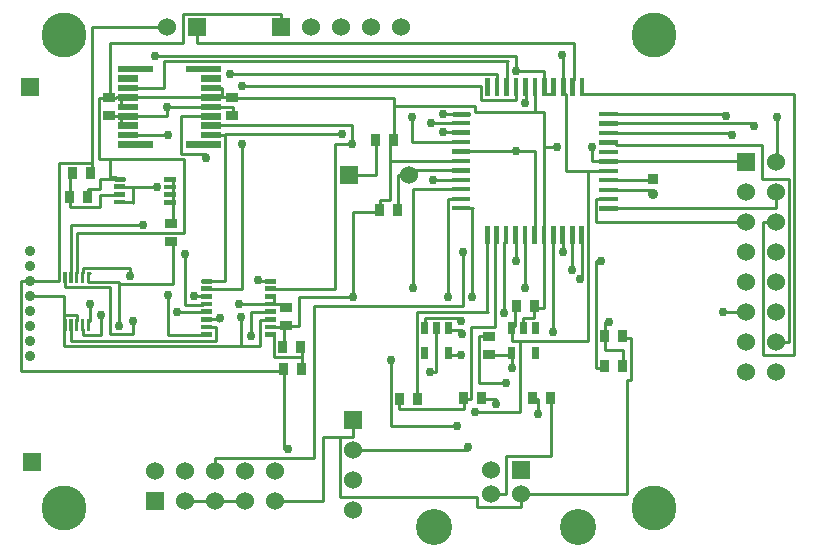
<source format=gbr>
G04 start of page 3 for group 1 idx 3
G04 Title: (unknown), component *
G04 Creator: pcb 20070208 *
G04 CreationDate: Fri Sep 21 18:13:03 2007 UTC *
G04 For: sean *
G04 Format: Gerber/RS-274X *
G04 PCB-Dimensions: 266220 195850 *
G04 PCB-Coordinate-Origin: lower left *
%MOIN*%
%FSLAX24Y24*%
%LNFRONT*%
%ADD11C,0.0100*%
%ADD12R,0.0600X0.0600*%
%ADD13C,0.0600*%
%ADD14C,0.1200*%
%ADD15C,0.0360*%
%ADD16R,0.0360X0.0360*%
%ADD17C,0.1500*%
%ADD18C,0.0300*%
%ADD19C,0.0280*%
%ADD20C,0.0900*%
%ADD21C,0.0200*%
%ADD22C,0.0380*%
%ADD23C,0.1250*%
%ADD24R,0.0300X0.0300*%
%ADD25R,0.0240X0.0240*%
%ADD26R,0.0160X0.0160*%
%ADD27R,0.0216X0.0216*%
%ADD28C,0.0160*%
%ADD29R,0.0118X0.0118*%
%ADD30C,0.0150*%
%ADD31R,0.0150X0.0150*%
G54D11*X17019Y8535D02*X17050D01*
X16090Y8405D02*X13730D01*
X16099D02*X16090D01*
X16333Y7885D02*X15550D01*
X15200Y8185D02*Y8090D01*
Y8185D02*X14000D01*
X17019Y7935D02*X16900D01*
X17019D02*Y8535D01*
X14000Y8185D02*Y7935D01*
X9300Y6435D02*Y3835D01*
X9450D01*
X10300Y3535D02*X7000D01*
X12869Y4585D02*X15089D01*
X7000Y3535D02*Y3085D01*
X10600Y2085D02*X9000D01*
X11169Y2235D02*X15750D01*
X6000Y2085D02*X7000D01*
X8000D02*X7000D01*
X10600Y4215D02*Y2085D01*
X11600Y4785D02*Y4215D01*
X11169D01*
X10600D01*
X11169D02*Y2235D01*
X13730Y8405D02*Y5535D01*
X14390Y6384D02*X14180D01*
X14390D02*Y7775D01*
X12869Y6784D02*Y4585D01*
X15550Y7885D02*Y5485D01*
X15819Y7585D02*Y6010D01*
X15550Y5485D02*X15300D01*
X13150Y5154D02*Y5435D01*
X15300Y5485D02*Y5154D01*
X13150D01*
X16200Y6955D02*Y6985D01*
Y6955D02*X16900D01*
Y7434D02*Y7775D01*
X15819Y7585D02*X16100D01*
X15819Y6010D02*X16718D01*
X14764Y8905D02*X14784D01*
X11600D02*X9824D01*
X15235Y8625D02*Y8605D01*
X10300D01*
X9324Y7931D02*Y7886D01*
X9824Y7931D02*X9424D01*
X9324D02*Y7886D01*
X6624Y8636D02*X6013D01*
X6624Y8401D02*Y8381D01*
X8964Y7631D02*Y6901D01*
X8514Y8141D02*Y7251D01*
X8964Y6901D02*X9900D01*
X9874Y7181D01*
X9900Y6901D02*Y6535D01*
Y7181D02*Y6901D01*
X7054Y7431D02*Y7891D01*
X7814Y8661D02*Y8661D01*
X7883Y7251D02*Y8228D01*
X6844Y8151D02*X7154D01*
Y8101D01*
X7883Y7251D02*X8514D01*
X11600Y3785D02*X15450D01*
Y3885D02*Y3785D01*
X13730Y5535D02*X13750D01*
X20753Y2335D02*Y6135D01*
X18200Y5485D02*Y3585D01*
X16700D02*Y2335D01*
X17200D02*X20753D01*
X18200Y3585D02*X16700D01*
Y2335D02*X16200D01*
X15750Y2235D02*Y1904D01*
X17200D01*
Y2335D01*
X17775Y5485D02*Y4985D01*
X17600Y5485D02*X17775D01*
X17180Y5054D02*X15675D01*
X17030Y10725D02*Y10105D01*
X17340Y10725D02*Y9205D01*
X16710Y10725D02*X16642D01*
X16400D02*X16333D01*
X16642Y8355D02*Y10725D01*
X16333Y7885D02*Y10725D01*
X17180Y7434D02*X16900D01*
X17180D02*Y5054D01*
X15285Y10402D02*Y8605D01*
X17290Y8205D02*Y7935D01*
X17970Y8535D02*X17650D01*
Y8205D01*
X17290D01*
X19441Y7434D02*X17180D01*
X17970Y10725D02*Y8535D01*
X18290Y10725D02*Y7715D01*
X19230Y9505D02*X19161D01*
X19230Y10725D02*Y9505D01*
X19719Y10105D02*X19866D01*
X19719D02*Y6535D01*
X20000D01*
X18900Y9785D02*X18920D01*
Y10725D01*
X18600Y10402D02*Y10725D01*
X10300Y8605D02*Y3535D01*
X9874Y7181D02*X9900D01*
X8964Y7886D02*Y7891D01*
Y7886D02*X9324D01*
Y7281D01*
X9274D01*
X8964Y9171D02*X11013D01*
X9824Y7931D02*Y8905D01*
X9324Y8661D02*Y8531D01*
X8964Y8661D02*X9324D01*
X11013Y9171D02*Y9166D01*
Y9171D01*
X8514Y8141D02*X8744D01*
X8214Y7592D02*Y8401D01*
X8744D01*
Y9421D02*X8433D01*
Y9451D02*Y9421D01*
X7054Y7891D02*X6844D01*
X6294Y8921D02*Y8916D01*
Y8941D02*Y8921D01*
X6013Y10335D02*Y8636D01*
X6844Y9431D02*X7346D01*
X25250Y13970D02*Y12835D01*
X24700Y13415D02*Y13385D01*
X25700Y11845D02*Y12385D01*
X20360Y11845D02*X25700D01*
X25269Y11385D02*X25700D01*
X24250Y14355D02*Y14280D01*
X24987Y14675D02*Y14600D01*
X20360Y14355D02*X24250D01*
X20360Y14675D02*X24987D01*
X20360Y14045D02*Y13970D01*
X25250D01*
X19240Y15655D02*X26310D01*
X24057Y14985D02*Y14930D01*
Y14985D02*X20360D01*
X21600Y12465D02*Y12335D01*
X20360Y12465D02*X21600D01*
X19900Y12155D02*X19694D01*
Y11385D02*X24700D01*
X21600Y12785D02*Y12835D01*
X20360Y13415D02*X24700D01*
X20360Y12785D02*X21600D01*
X19575Y13905D02*Y13415D01*
X19900D01*
X19694Y12155D02*Y11385D01*
X19441Y13095D02*Y7434D01*
X20880Y7535D02*X20600D01*
X19441Y13095D02*X19900D01*
X23950Y8385D02*X24700D01*
X26130Y7385D02*X25700D01*
X26310Y6954D02*X25269D01*
X25250Y12835D02*X26130D01*
Y7385D01*
X25747Y14900D02*Y13385D01*
X25700D02*X25747D01*
X25269Y11385D02*Y6954D01*
X26310Y15655D02*Y6954D01*
X18960Y16115D02*X18930D01*
X18587Y16942D02*X18620D01*
Y16115D01*
X18300Y15655D02*X17990D01*
X18620D02*X18694D01*
X17000Y16435D02*X17980D01*
Y16035D01*
X17970Y13905D02*Y11185D01*
Y13905D02*X18394D01*
X17032Y13745D02*X15430D01*
X17032D02*X17660D01*
Y11185D01*
X15675Y15267D02*Y15069D01*
X17670D02*Y15655D01*
X15675Y15069D02*X17670D01*
X17360Y15655D02*X17357Y15345D01*
X17342Y15349D01*
X18694Y15655D02*Y13095D01*
X19441D01*
X17670Y15069D02*X17970D01*
Y13905D01*
X15875Y15449D02*X17040D01*
Y15655D01*
X15875Y15911D02*Y15449D01*
X16730Y16115D02*Y16749D01*
X17032Y16929D02*Y16440D01*
X16730Y16749D02*X16766D01*
X16730D01*
X16410Y16320D02*Y16115D01*
X15565Y11855D02*X15605D01*
X15565D02*X15605D01*
X15430D02*X15565D01*
X16900Y6510D02*Y6955D01*
X16387Y5485D02*Y5335D01*
X15900Y5485D02*X16387D01*
X20000Y7635D02*Y8060D01*
X20150D01*
X20600Y6635D02*Y7135D01*
X20000D01*
Y7535D01*
X20753Y6135D02*X20880D01*
Y7535D02*Y6135D01*
X15200Y6955D02*X14780D01*
Y7775D02*X15250D01*
Y7655D01*
X14970Y12165D02*X14764D01*
Y8905D01*
X16090Y10725D02*Y8405D01*
X16099D01*
X13600Y12485D02*X14970D01*
X13600D02*Y9204D01*
X15565Y11855D02*Y8905D01*
X18960Y17342D02*X6400D01*
X16730Y16749D02*X5296D01*
X5016Y16929D02*X17032D01*
X7624Y15531D02*X12959D01*
X7914Y15911D02*X15875D01*
X7514Y16320D02*X16410D01*
X18960Y16115D02*Y17342D01*
X5400Y15231D02*X6655D01*
X5400D02*Y14916D01*
X12959Y15531D02*Y15267D01*
X15675D01*
X6694Y13663D02*Y13525D01*
X7346Y14338D02*X11250D01*
X11575Y14638D02*Y13999D01*
X7346Y14286D02*X7107D01*
X7346Y14338D02*Y14286D01*
X7107Y14638D02*X11575D01*
X7107D02*Y14601D01*
X13463Y13115D02*X14970D01*
X13100Y12958D02*X13463D01*
Y13115D01*
X12500Y12135D02*X12854D01*
X12500D02*Y11835D01*
Y11735D02*X11600D01*
X11463Y12958D02*X12359D01*
X12959Y14089D02*X12854D01*
Y12135D02*Y14089D01*
X13100Y12958D02*Y11835D01*
X13579Y14055D02*X14970D01*
X12904Y13425D02*X14970D01*
Y12795D02*X14263D01*
X14194Y14685D02*X14970D01*
X14594Y14375D02*X14970D01*
X13579Y14055D02*Y14890D01*
X12959Y15267D02*Y14189D01*
X14594Y14987D02*X14970D01*
Y14995D02*Y14987D01*
X3879Y14916D02*Y14601D01*
X5432Y14286D02*X4332D01*
X5400Y14916D02*X4332D01*
X5884D02*X6655D01*
X5884Y13663D02*X6694D01*
X5884D02*Y14916D01*
X6400Y17342D02*Y17885D01*
X5950Y18315D02*Y17342D01*
Y18315D02*X9200D01*
Y17885D01*
X3524Y14916D02*X3879D01*
X5960Y13483D02*X3513D01*
X5296Y16749D02*Y15861D01*
X3524Y17342D02*X5950D01*
X2899Y17885D02*X5400D01*
X5296Y15861D02*X4332D01*
X3524Y15531D02*Y17342D01*
Y14916D02*Y14931D01*
X3143Y15531D02*X3424D01*
X3513Y13483D02*X3143D01*
Y15531D02*Y13483D01*
X3524Y15531D02*X3722D01*
Y15546D02*Y15531D01*
Y15546D02*X3879D01*
Y15231D01*
X2899Y13361D02*Y17885D01*
X5614Y12641D02*Y12561D01*
Y12391D02*Y12311D01*
X12359Y12958D02*Y14089D01*
X11013Y13999D02*X11575D01*
X4332Y15546D02*X6654D01*
X7107D02*X7230D01*
X7107D02*X7230D01*
X5614Y12131D02*Y12051D01*
Y12131D01*
Y12561D02*Y12641D01*
Y12391D02*Y12561D01*
Y12311D02*Y12391D01*
Y12131D02*Y12311D01*
X4274Y12571D02*X5064D01*
X4274D02*Y12061D01*
X3724Y12291D02*Y12321D01*
Y12291D02*X3174D01*
X3186Y12831D02*Y12491D01*
Y12831D02*X3724D01*
X3174Y12291D02*Y11901D01*
X3724Y12881D02*X3513D01*
Y13483D01*
X2899Y13361D02*Y13081D01*
X7524Y15546D02*Y15531D01*
X7230Y15546D02*X7524D01*
X7107Y15861D02*X7230D01*
Y15546D01*
X7624Y15231D02*Y14931D01*
X7107Y15231D02*X7624D01*
X5614Y12821D02*Y12641D01*
X11013Y9171D02*Y13999D01*
X6844Y9171D02*X7914D01*
Y13986D01*
X5960Y11020D02*Y13483D01*
X5614Y11335D02*Y12051D01*
X5600Y9323D02*Y10735D01*
X11600Y11735D02*Y8905D01*
X7346Y9431D02*Y14286D01*
X2874Y13081D02*X2899D01*
X2174Y12981D02*X2274D01*
X2174D02*Y12281D01*
X2774Y12491D02*Y12281D01*
X2594Y9867D02*Y9678D01*
X2174Y11901D02*Y12181D01*
X1794Y9435D02*Y13361D01*
X2899D01*
X1991Y9403D02*X2004D01*
X1991D01*
X2397Y9678D02*Y11020D01*
X850Y9435D02*X1794D01*
X1991Y8103D02*X2004D01*
X1991D02*Y8293D01*
X2397D02*X1991D01*
X2397Y8103D02*Y8293D01*
X1991Y7828D02*X2004D01*
X1991Y8293D02*Y8935D01*
X2200Y7828D02*Y7431D01*
X2827Y8661D02*Y8103D01*
X2594Y7828D02*Y7639D01*
X2791Y9678D02*X2827D01*
X2791D02*X2827D01*
X2200D02*Y11300D01*
X850Y8935D02*X1991D01*
X2004Y9403D02*Y9213D01*
X6624Y8921D02*X6294D01*
X5733Y8381D02*X6624D01*
X5453Y7641D02*Y8967D01*
X6294Y8921D02*Y8916D01*
X3513Y9213D02*X2004D01*
X3803Y9323D02*X5600D01*
X6624Y7641D02*X5453D01*
X2594Y7639D02*X3223D01*
X4263Y7654D02*X3513D01*
X2200Y7431D02*X7054D01*
X1991Y7251D02*X7883D01*
X539Y6435D02*X9300D01*
X3803Y9323D02*Y7935D01*
X3223Y7639D02*Y8301D01*
X3513Y7654D02*Y9213D01*
X4263Y8101D02*Y7654D01*
X3944Y12061D02*X4274D01*
Y12036D01*
Y12571D02*X3944D01*
X4274Y12061D02*Y12036D01*
X2397Y11020D02*X5960D01*
X4619Y11300D02*X2200D01*
X3724Y12881D02*Y12831D01*
X2774Y12491D02*X3186D01*
X2174Y11901D02*X3174D01*
X8964Y8661D02*Y8911D01*
X7814Y8661D02*X8744D01*
X6624D02*Y8636D01*
X2791Y8103D02*X2827D01*
X2791Y9403D02*X3803D01*
X4163Y9867D02*Y9604D01*
Y9867D02*X2594D01*
X3803Y9403D02*Y9323D01*
X539Y9435D02*X850D01*
X539D02*Y6435D01*
X1991Y7828D02*Y7251D01*
G54D12*X17200Y3135D03*
G54D13*X16200D03*
Y2335D03*
X17200D03*
G54D14*X19100Y1235D03*
X14300D03*
G54D15*X850Y8935D03*
Y8435D03*
Y7935D03*
Y7435D03*
Y10435D03*
Y9935D03*
Y9435D03*
G54D12*Y15885D03*
G54D15*Y6935D03*
G54D12*X900Y3385D03*
X24700Y13385D03*
G54D13*X25700D03*
X24700Y12385D03*
X25700D03*
X24700Y11385D03*
X25700D03*
X24700Y10385D03*
X25700D03*
G54D15*X21600Y12335D03*
G54D16*Y12835D03*
G54D12*X6400Y17885D03*
G54D13*X5400D03*
G54D12*X9200D03*
G54D13*X10200D03*
X11200D03*
X12200D03*
X13200D03*
G54D12*X11463Y12958D03*
G54D13*X13463D03*
G54D12*X5000Y2085D03*
G54D13*X6000D03*
X7000D03*
X8000D03*
G54D12*X11600Y4785D03*
G54D13*Y3785D03*
Y2785D03*
Y1785D03*
X5000Y3085D03*
X6000D03*
X7000D03*
X8000D03*
X9000Y2085D03*
Y3085D03*
X25700Y9385D03*
Y8385D03*
Y7385D03*
Y6385D03*
X24700Y9385D03*
Y8385D03*
Y7385D03*
Y6385D03*
G54D17*X21653Y17616D03*
G54D18*X18587Y16942D03*
X18394Y13905D03*
X19575Y13905D03*
X24250Y14280D03*
X24987Y14600D03*
X25747Y14900D03*
X24057Y14930D03*
X17032Y16440D03*
Y13745D03*
X17340Y15345D03*
X11250Y14338D03*
X11575Y13999D03*
X13579Y14890D03*
X14594Y14987D03*
X14194Y14685D03*
X14594Y14375D03*
X14263Y12795D03*
G54D17*X21653Y1868D03*
G54D18*X23950Y8385D03*
X16900Y6510D03*
X16718Y6010D03*
X17775Y4985D03*
X16387Y5335D03*
X15675Y5054D03*
X15200Y6955D03*
X15250Y7655D03*
X14784Y8905D03*
X14180Y6384D03*
X15200Y8090D03*
X15450Y3885D03*
X15089Y4585D03*
X13600Y9204D03*
X11600Y8905D03*
X15565D03*
X12869Y6784D03*
X20150Y8060D03*
X16642Y8355D03*
X18290Y7715D03*
X19161Y9505D03*
X19866Y10105D03*
X17030D03*
X17340Y9205D03*
X18900Y9785D03*
X15285Y10402D03*
X18600D03*
G54D17*X1968Y17616D03*
G54D18*X4619Y11300D03*
X5064Y12571D03*
X6013Y10335D03*
X7914Y15911D03*
X7514Y16320D03*
X5432Y14286D03*
X7914Y13986D03*
X6694Y13525D03*
X5400Y15231D03*
X5016Y16929D03*
G54D17*X1968Y1868D03*
G54D18*X9450Y3835D03*
X8214Y7592D03*
X7814Y8661D03*
X8433Y9451D03*
X7883Y8228D03*
X3803Y7935D03*
X4163Y9604D03*
X4263Y8101D03*
X6294Y8941D03*
X5733Y8381D03*
X5453Y8967D03*
X7174Y8181D03*
X2827Y8661D03*
X3223Y8301D03*
G54D24*X5500Y10735D02*X5600D01*
X5500Y11335D02*X5600D01*
X12500Y11835D02*Y11735D01*
X13100Y11835D02*Y11735D01*
X20000Y7635D02*Y7535D01*
X20600Y7635D02*Y7535D01*
X20000Y6635D02*Y6535D01*
X20600Y6635D02*Y6535D01*
X13150Y5535D02*Y5435D01*
X13750Y5535D02*Y5435D01*
G54D25*X14000Y7935D02*Y7775D01*
Y7115D02*Y6955D01*
X14390Y7935D02*Y7775D01*
X14780Y7935D02*Y7775D01*
Y7115D02*Y6955D01*
G54D24*X9274Y7281D02*Y7181D01*
X9874Y7281D02*Y7181D01*
X9900Y6535D02*Y6435D01*
X9300Y6535D02*Y6435D01*
X18200Y5585D02*Y5485D01*
X17600Y5585D02*Y5485D01*
X15900Y5585D02*Y5485D01*
X16100Y6985D02*X16200D01*
X15300Y5585D02*Y5485D01*
X16100Y7585D02*X16200D01*
G54D25*X16900Y7935D02*Y7775D01*
X17290Y7935D02*Y7775D01*
X17680Y7935D02*Y7775D01*
Y7115D02*Y6955D01*
X16900Y7115D02*Y6955D01*
G54D24*X9324Y8531D02*X9424D01*
X9324Y7931D02*X9424D01*
G54D26*X8744Y7631D02*X8964D01*
X8744Y7891D02*X8964D01*
X8744Y8141D02*X8964D01*
X8744Y8401D02*X8964D01*
X8744Y8661D02*X8964D01*
X8744Y8911D02*X8964D01*
X8744Y9171D02*X8964D01*
X8744Y9421D02*X8964D01*
G54D24*X3424Y14931D02*X3524D01*
G54D27*X3879Y14916D02*X4332D01*
X3879Y14601D02*X4332D01*
X3879Y14286D02*X4332D01*
X3879Y13971D02*X4844D01*
G54D24*X3424Y15531D02*X3524D01*
G54D27*X3879Y16491D02*X4844D01*
X3879Y16176D02*X4332D01*
X3879Y15861D02*X4332D01*
X3879Y15546D02*X4332D01*
X3879Y15231D02*X4332D01*
G54D24*X2174Y12281D02*Y12181D01*
X2774Y12281D02*Y12181D01*
X2274Y13081D02*Y12981D01*
X2874Y13081D02*Y12981D01*
G54D28*X3724Y12831D02*X3944D01*
G54D26*X3724Y12571D02*X3944D01*
X3724Y12321D02*X3944D01*
X3724Y12061D02*X3944D01*
X5394Y12051D02*X5614D01*
X5394Y12311D02*X5614D01*
X5394Y12561D02*X5614D01*
X5394Y12821D02*X5614D01*
G54D27*X6143Y13971D02*X7107D01*
X6655Y14286D02*X7107D01*
X6655Y15861D02*X7107D01*
X6655Y16176D02*X7107D01*
X6143Y16491D02*X7107D01*
X6655Y14601D02*X7107D01*
X6655Y14916D02*X7107D01*
X6655Y15231D02*X7107D01*
X6654Y15546D02*X7107D01*
G54D24*X7524Y14931D02*X7624D01*
X7524Y15531D02*X7624D01*
G54D29*X2791Y9678D02*Y9403D01*
X2397Y9678D02*Y9403D01*
X2004Y8103D02*Y7828D01*
X2200Y8103D02*Y7828D01*
X2397Y8103D02*Y7828D01*
X2594Y8103D02*Y7828D01*
X2791Y8103D02*Y7828D01*
X2594Y9678D02*Y9403D01*
X2200Y9678D02*Y9403D01*
X2004Y9678D02*Y9403D01*
G54D28*X6624Y9431D02*X6844D01*
G54D26*X6624Y9171D02*X6844D01*
X6624Y8921D02*X6844D01*
X6624Y8661D02*X6844D01*
X6624Y8401D02*X6844D01*
X6624Y8151D02*X6844D01*
X6624Y7891D02*X6844D01*
X6624Y7641D02*X6844D01*
G54D24*X17650Y8635D02*Y8535D01*
X17050Y8635D02*Y8535D01*
G54D30*X14970Y14995D02*X15430D01*
G54D31*X14970Y14685D02*X15430D01*
X14970Y14375D02*X15430D01*
X14970Y14055D02*X15430D01*
X14970Y13745D02*X15430D01*
X14970Y13425D02*X15430D01*
G54D24*X12959Y14189D02*Y14089D01*
X12359Y14189D02*Y14089D01*
G54D31*X14970Y13115D02*X15430D01*
X14970Y12795D02*X15430D01*
X14970Y12485D02*X15430D01*
X14970Y12165D02*X15430D01*
X14970Y11855D02*X15430D01*
X16090Y11185D02*Y10725D01*
X16400Y11185D02*Y10725D01*
X16710Y11185D02*Y10725D01*
X17030Y11185D02*Y10725D01*
X17340Y11185D02*Y10725D01*
X17660Y11185D02*Y10725D01*
X17970Y11185D02*Y10725D01*
X18290Y11185D02*Y10725D01*
X18600Y11185D02*Y10725D01*
X18920Y11185D02*Y10725D01*
X19230Y11185D02*Y10725D01*
X19900Y11845D02*X20360D01*
X19900Y12155D02*X20360D01*
X19900Y12465D02*X20360D01*
X19900Y12785D02*X20360D01*
X19900Y13095D02*X20360D01*
X19900Y13415D02*X20360D01*
X19900Y13725D02*X20360D01*
X19900Y14045D02*X20360D01*
X19900Y14355D02*X20360D01*
X19900Y14675D02*X20360D01*
X19900Y14985D02*X20360D01*
X19240Y16115D02*Y15655D01*
X18930Y16115D02*Y15655D01*
X18620Y16115D02*Y15655D01*
X18300Y16115D02*Y15655D01*
X17990Y16115D02*Y15655D01*
X17670Y16115D02*Y15655D01*
X17360Y16115D02*Y15655D01*
X17040Y16115D02*Y15655D01*
X16730Y16115D02*Y15655D01*
X16410Y16115D02*Y15655D01*
X16100Y16115D02*Y15655D01*
G54D19*G54D20*G54D21*G54D22*G54D21*G54D22*G54D21*G54D22*G54D19*G54D22*G54D23*G54D21*G54D23*G54D21*G54D23*G54D21*G54D23*G54D21*M02*

</source>
